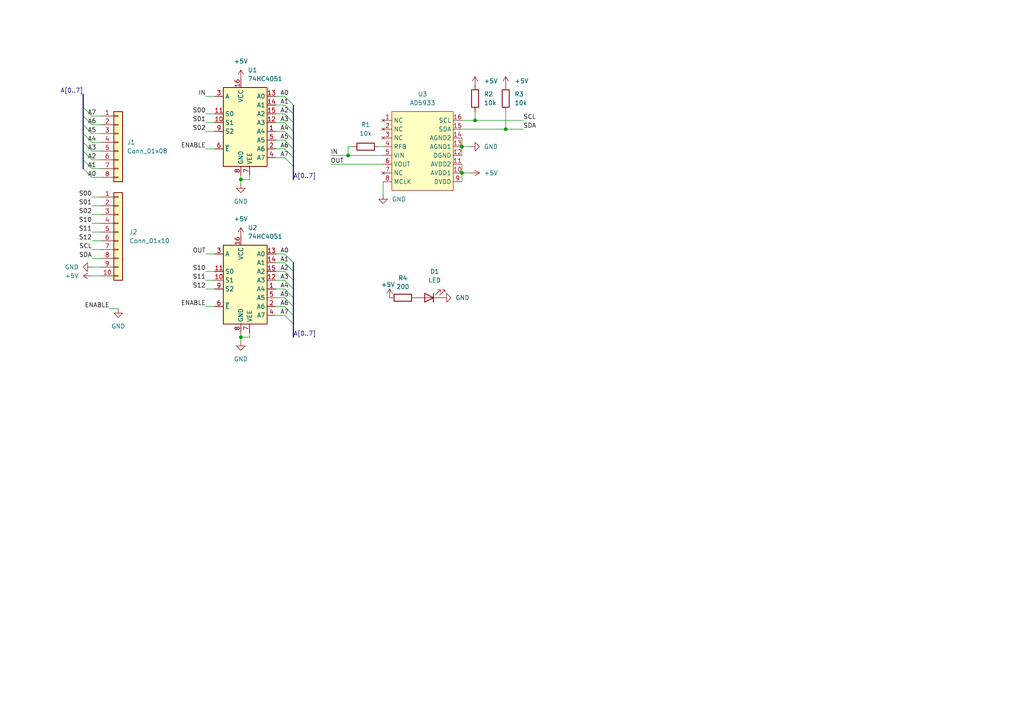
<source format=kicad_sch>
(kicad_sch (version 20211123) (generator eeschema)
  (paper "A4")
  (lib_symbols
    (symbol "74xx:74HC4051"
      (property "Reference" "U" (at -5.08 11.43 0))
      (property "Value" "74HC4051" (at -7.62 -13.97 0))
      (symbol "74HC4051_0_1"
        (rectangle (start -5.08 10.16) (end 7.62 -12.7) (stroke (width 0.254)) (fill (type background)))
      )
      (symbol "74HC4051_1_1"
        (pin passive line (at 10.16 -2.54 180) (length 2.54) (name "A4") (number "1"))
        (pin input line (at -7.62 0 0) (length 2.54) (name "S1") (number "10"))
        (pin input line (at -7.62 2.54 0) (length 2.54) (name "S0") (number "11"))
        (pin passive line (at 10.16 0 180) (length 2.54) (name "A3") (number "12"))
        (pin passive line (at 10.16 7.62 180) (length 2.54) (name "A0") (number "13"))
        (pin passive line (at 10.16 5.08 180) (length 2.54) (name "A1") (number "14"))
        (pin passive line (at 10.16 2.54 180) (length 2.54) (name "A2") (number "15"))
        (pin power_in line (at 0 12.7 270) (length 2.54) (name "VCC") (number "16"))
        (pin passive line (at 10.16 -7.62 180) (length 2.54) (name "A6") (number "2"))
        (pin passive line (at -7.62 7.62 0) (length 2.54) (name "A") (number "3"))
        (pin passive line (at 10.16 -10.16 180) (length 2.54) (name "A7") (number "4"))
        (pin passive line (at 10.16 -5.08 180) (length 2.54) (name "A5") (number "5"))
        (pin input line (at -7.62 -7.62 0) (length 2.54) (name "~{E}") (number "6"))
        (pin power_in line (at 2.54 -15.24 90) (length 2.54) (name "VEE") (number "7"))
        (pin power_in line (at 0 -15.24 90) (length 2.54) (name "GND") (number "8"))
        (pin input line (at -7.62 -2.54 0) (length 2.54) (name "S2") (number "9"))
      )
    )
    (symbol "Connector_Generic:Conn_01x08" (pin_names (offset 1.016) hide)
      (property "Reference" "J" (at 0 10.16 0))
      (property "Value" "Conn_01x08" (at 0 -12.7 0))
      (symbol "Conn_01x08_1_1"
        (rectangle (start -1.27 -10.033) (end 0 -10.287) (stroke (width 0.1524)))
        (rectangle (start -1.27 -7.493) (end 0 -7.747) (stroke (width 0.1524)))
        (rectangle (start -1.27 -4.953) (end 0 -5.207) (stroke (width 0.1524)))
        (rectangle (start -1.27 -2.413) (end 0 -2.667) (stroke (width 0.1524)))
        (rectangle (start -1.27 0.127) (end 0 -0.127) (stroke (width 0.1524)))
        (rectangle (start -1.27 2.667) (end 0 2.413) (stroke (width 0.1524)))
        (rectangle (start -1.27 5.207) (end 0 4.953) (stroke (width 0.1524)))
        (rectangle (start -1.27 7.747) (end 0 7.493) (stroke (width 0.1524)))
        (rectangle (start -1.27 8.89) (end 1.27 -11.43) (stroke (width 0.254)) (fill (type background)))
        (pin passive line (at -5.08 7.62 0) (length 3.81) (name "Pin_1") (number "1"))
        (pin passive line (at -5.08 5.08 0) (length 3.81) (name "Pin_2") (number "2"))
        (pin passive line (at -5.08 2.54 0) (length 3.81) (name "Pin_3") (number "3"))
        (pin passive line (at -5.08 0 0) (length 3.81) (name "Pin_4") (number "4"))
        (pin passive line (at -5.08 -2.54 0) (length 3.81) (name "Pin_5") (number "5"))
        (pin passive line (at -5.08 -5.08 0) (length 3.81) (name "Pin_6") (number "6"))
        (pin passive line (at -5.08 -7.62 0) (length 3.81) (name "Pin_7") (number "7"))
        (pin passive line (at -5.08 -10.16 0) (length 3.81) (name "Pin_8") (number "8"))
      )
    )
    (symbol "Connector_Generic:Conn_01x10" (pin_names (offset 1.016) hide)
      (property "Reference" "J" (at 0 12.7 0))
      (property "Value" "Conn_01x10" (at 0 -15.24 0))
      (symbol "Conn_01x10_1_1"
        (rectangle (start -1.27 -12.573) (end 0 -12.827) (stroke (width 0.1524)))
        (rectangle (start -1.27 -10.033) (end 0 -10.287) (stroke (width 0.1524)))
        (rectangle (start -1.27 -7.493) (end 0 -7.747) (stroke (width 0.1524)))
        (rectangle (start -1.27 -4.953) (end 0 -5.207) (stroke (width 0.1524)))
        (rectangle (start -1.27 -2.413) (end 0 -2.667) (stroke (width 0.1524)))
        (rectangle (start -1.27 0.127) (end 0 -0.127) (stroke (width 0.1524)))
        (rectangle (start -1.27 2.667) (end 0 2.413) (stroke (width 0.1524)))
        (rectangle (start -1.27 5.207) (end 0 4.953) (stroke (width 0.1524)))
        (rectangle (start -1.27 7.747) (end 0 7.493) (stroke (width 0.1524)))
        (rectangle (start -1.27 10.287) (end 0 10.033) (stroke (width 0.1524)))
        (rectangle (start -1.27 11.43) (end 1.27 -13.97) (stroke (width 0.254)) (fill (type background)))
        (pin passive line (at -5.08 10.16 0) (length 3.81) (name "Pin_1") (number "1"))
        (pin passive line (at -5.08 -12.7 0) (length 3.81) (name "Pin_10") (number "10"))
        (pin passive line (at -5.08 7.62 0) (length 3.81) (name "Pin_2") (number "2"))
        (pin passive line (at -5.08 5.08 0) (length 3.81) (name "Pin_3") (number "3"))
        (pin passive line (at -5.08 2.54 0) (length 3.81) (name "Pin_4") (number "4"))
        (pin passive line (at -5.08 0 0) (length 3.81) (name "Pin_5") (number "5"))
        (pin passive line (at -5.08 -2.54 0) (length 3.81) (name "Pin_6") (number "6"))
        (pin passive line (at -5.08 -5.08 0) (length 3.81) (name "Pin_7") (number "7"))
        (pin passive line (at -5.08 -7.62 0) (length 3.81) (name "Pin_8") (number "8"))
        (pin passive line (at -5.08 -10.16 0) (length 3.81) (name "Pin_9") (number "9"))
      )
    )
    (symbol "Device:LED" (pin_numbers hide) (pin_names (offset 1.016) hide)
      (property "Reference" "D" (at 0 2.54 0))
      (property "Value" "LED" (at 0 -2.54 0))
      (symbol "LED_0_1"
        (polyline (pts (xy -1.27 -1.27) (xy -1.27 1.27)) (stroke (width 0.254)))
        (polyline (pts (xy -1.27 0) (xy 1.27 0)))
        (polyline (pts (xy 1.27 -1.27) (xy 1.27 1.27) (xy -1.27 0) (xy 1.27 -1.27)) (stroke (width 0.254)))
        (polyline (pts (xy -3.048 -0.762) (xy -4.572 -2.286) (xy -3.81 -2.286) (xy -4.572 -2.286) (xy -4.572 -1.524)))
        (polyline (pts (xy -1.778 -0.762) (xy -3.302 -2.286) (xy -2.54 -2.286) (xy -3.302 -2.286) (xy -3.302 -1.524)))
      )
      (symbol "LED_1_1"
        (pin passive line (at -3.81 0 0) (length 2.54) (name "K") (number "1"))
        (pin passive line (at 3.81 0 180) (length 2.54) (name "A") (number "2"))
      )
    )
    (symbol "Device:R" (pin_numbers hide) (pin_names (offset 0))
      (property "Reference" "R" (at 2.032 0 90))
      (property "Value" "R" (at 0 0 90))
      (symbol "R_0_1"
        (rectangle (start -1.016 -2.54) (end 1.016 2.54) (stroke (width 0.254)))
      )
      (symbol "R_1_1"
        (pin passive line (at 0 3.81 270) (length 1.27) (name "~") (number "1"))
        (pin passive line (at 0 -3.81 90) (length 1.27) (name "~") (number "2"))
      )
    )
    (symbol "HandGesture:AD5933"
      (property "Reference" "U" (at 0 16.51 0))
      (property "Value" "AD5933" (at 0 -8.89 0))
      (symbol "AD5933_0_1"
        (rectangle (start -8.89 15.24) (end 8.89 -7.62) (fill (type background)))
      )
      (symbol "AD5933_1_1"
        (pin no_connect line (at -11.43 12.7 0) (length 2.54) (name "NC") (number "1"))
        (pin power_in line (at 11.43 -2.54 180) (length 2.54) (name "AVDD1") (number "10"))
        (pin power_in line (at 11.43 0 180) (length 2.54) (name "AVDD2") (number "11"))
        (pin power_in line (at 11.43 2.54 180) (length 2.54) (name "DGND") (number "12"))
        (pin power_in line (at 11.43 5.08 180) (length 2.54) (name "AGND1") (number "13"))
        (pin power_in line (at 11.43 7.62 180) (length 2.54) (name "AGND2") (number "14"))
        (pin bidirectional line (at 11.43 10.16 180) (length 2.54) (name "SDA") (number "15"))
        (pin bidirectional line (at 11.43 12.7 180) (length 2.54) (name "SCL") (number "16"))
        (pin no_connect line (at -11.43 10.16 0) (length 2.54) (name "NC") (number "2"))
        (pin no_connect line (at -11.43 7.62 0) (length 2.54) (name "NC") (number "3"))
        (pin passive line (at -11.43 5.08 0) (length 2.54) (name "RFB") (number "4"))
        (pin bidirectional line (at -11.43 2.54 0) (length 2.54) (name "VIN") (number "5"))
        (pin bidirectional line (at -11.43 0 0) (length 2.54) (name "VOUT") (number "6"))
        (pin no_connect line (at -11.43 -2.54 0) (length 2.54) (name "NC") (number "7"))
        (pin input line (at -11.43 -5.08 0) (length 2.54) (name "MCLK") (number "8"))
        (pin power_in line (at 11.43 -5.08 180) (length 2.54) (name "DVDD") (number "9"))
      )
    )
    (symbol "power:+5V" (power) (pin_names (offset 0))
      (property "Value" "+5V" (at 0 3.556 0))
      (symbol "+5V_0_1"
        (polyline (pts (xy -0.762 1.27) (xy 0 2.54)))
        (polyline (pts (xy 0 0) (xy 0 2.54)))
        (polyline (pts (xy 0 2.54) (xy 0.762 1.27)))
      )
      (symbol "+5V_1_1"
        (pin power_in line (at 0 0 90) (length 0) hide (name "+5V") (number "1"))
      )
    )
    (symbol "power:GND" (power) (pin_names (offset 0))
      (property "Value" "GND" (at 0 -3.81 0))
      (symbol "GND_0_1"
        (polyline (pts (xy 0 0) (xy 0 -1.27) (xy 1.27 -1.27) (xy 0 -2.54) (xy -1.27 -1.27) (xy 0 -1.27)))
      )
      (symbol "GND_1_1"
        (pin power_in line (at 0 0 270) (length 0) hide (name "GND") (number "1"))
      )
    )
  )
  (junction (at 137.795 34.925))
  (junction (at 146.685 37.465))
  (junction (at 100.965 45.085))
  (junction (at 133.985 50.165))
  (junction (at 69.85 97.79))
  (junction (at 69.85 52.07))
  (junction (at 133.985 42.545))
  (bus_entry (at 82.55 91.44) (size 2.54 2.54))
  (bus_entry (at 82.55 78.74) (size 2.54 2.54))
  (bus_entry (at 26.67 38.735) (size -2.54 -2.54))
  (bus_entry (at 82.55 83.82) (size 2.54 2.54))
  (bus_entry (at 82.55 73.66) (size 2.54 2.54))
  (bus_entry (at 82.55 81.28) (size 2.54 2.54))
  (bus_entry (at 26.67 41.275) (size -2.54 -2.54))
  (bus_entry (at 26.67 51.435) (size -2.54 -2.54))
  (bus_entry (at 82.55 86.36) (size 2.54 2.54))
  (bus_entry (at 26.67 36.195) (size -2.54 -2.54))
  (bus_entry (at 82.55 43.18) (size 2.54 2.54))
  (bus_entry (at 82.55 45.72) (size 2.54 2.54))
  (bus_entry (at 82.55 27.94) (size 2.54 2.54))
  (bus_entry (at 82.55 30.48) (size 2.54 2.54))
  (bus_entry (at 82.55 38.1) (size 2.54 2.54))
  (bus_entry (at 82.55 33.02) (size 2.54 2.54))
  (bus_entry (at 82.55 35.56) (size 2.54 2.54))
  (bus_entry (at 82.55 40.64) (size 2.54 2.54))
  (bus_entry (at 26.67 46.355) (size -2.54 -2.54))
  (bus_entry (at 26.67 48.895) (size -2.54 -2.54))
  (bus_entry (at 82.55 88.9) (size 2.54 2.54))
  (bus_entry (at 82.55 76.2) (size 2.54 2.54))
  (bus_entry (at 26.67 43.815) (size -2.54 -2.54))
  (bus_entry (at 26.67 33.655) (size -2.54 -2.54))
  (wire (pts (xy 80.01 81.28) (xy 82.55 81.28)))
  (wire (pts (xy 26.67 74.93) (xy 29.21 74.93)))
  (wire (pts (xy 26.67 80.01) (xy 29.21 80.01)))
  (wire (pts (xy 80.01 38.1) (xy 82.55 38.1)))
  (wire (pts (xy 72.39 96.52) (xy 72.39 97.79)))
  (wire (pts (xy 29.21 51.435) (xy 26.67 51.435)))
  (wire (pts (xy 59.69 83.82) (xy 62.23 83.82)))
  (wire (pts (xy 137.795 32.385) (xy 137.795 34.925)))
  (wire (pts (xy 26.67 62.23) (xy 29.21 62.23)))
  (wire (pts (xy 133.985 42.545) (xy 136.525 42.545)))
  (wire (pts (xy 133.985 40.005) (xy 133.985 42.545)))
  (bus (pts (xy 85.09 40.64) (xy 85.09 43.18)))
  (bus (pts (xy 85.09 48.26) (xy 85.09 52.07)))
  (bus (pts (xy 24.13 46.355) (xy 24.13 43.815)))
  (wire (pts (xy 69.85 97.79) (xy 69.85 99.06)))
  (bus (pts (xy 85.09 33.02) (xy 85.09 35.56)))
  (bus (pts (xy 85.09 43.18) (xy 85.09 45.72)))
  (wire (pts (xy 133.985 50.165) (xy 136.525 50.165)))
  (bus (pts (xy 85.09 91.44) (xy 85.09 93.98)))
  (wire (pts (xy 100.965 45.085) (xy 111.125 45.085)))
  (wire (pts (xy 80.01 45.72) (xy 82.55 45.72)))
  (wire (pts (xy 80.01 40.64) (xy 82.55 40.64)))
  (bus (pts (xy 85.09 86.36) (xy 85.09 88.9)))
  (wire (pts (xy 26.67 57.15) (xy 29.21 57.15)))
  (wire (pts (xy 29.21 46.355) (xy 26.67 46.355)))
  (wire (pts (xy 59.69 27.94) (xy 62.23 27.94)))
  (wire (pts (xy 133.985 47.625) (xy 133.985 50.165)))
  (wire (pts (xy 26.67 59.69) (xy 29.21 59.69)))
  (wire (pts (xy 29.21 43.815) (xy 26.67 43.815)))
  (wire (pts (xy 69.85 50.8) (xy 69.85 52.07)))
  (wire (pts (xy 111.125 52.705) (xy 111.125 56.515)))
  (wire (pts (xy 100.965 42.545) (xy 100.965 45.085)))
  (wire (pts (xy 80.01 33.02) (xy 82.55 33.02)))
  (wire (pts (xy 26.67 69.85) (xy 29.21 69.85)))
  (wire (pts (xy 59.69 81.28) (xy 62.23 81.28)))
  (wire (pts (xy 80.01 83.82) (xy 82.55 83.82)))
  (wire (pts (xy 133.985 50.165) (xy 133.985 52.705)))
  (wire (pts (xy 72.39 50.8) (xy 72.39 52.07)))
  (bus (pts (xy 85.09 30.48) (xy 85.09 33.02)))
  (wire (pts (xy 133.985 42.545) (xy 133.985 45.085)))
  (bus (pts (xy 85.09 35.56) (xy 85.09 38.1)))
  (bus (pts (xy 24.13 41.275) (xy 24.13 38.735)))
  (bus (pts (xy 24.13 38.735) (xy 24.13 36.195)))
  (wire (pts (xy 59.69 73.66) (xy 62.23 73.66)))
  (wire (pts (xy 29.21 36.195) (xy 26.67 36.195)))
  (wire (pts (xy 80.01 27.94) (xy 82.55 27.94)))
  (bus (pts (xy 85.09 38.1) (xy 85.09 40.64)))
  (wire (pts (xy 29.21 41.275) (xy 26.67 41.275)))
  (wire (pts (xy 80.01 43.18) (xy 82.55 43.18)))
  (wire (pts (xy 80.01 35.56) (xy 82.55 35.56)))
  (wire (pts (xy 59.69 43.18) (xy 62.23 43.18)))
  (wire (pts (xy 133.985 37.465) (xy 146.685 37.465)))
  (wire (pts (xy 69.85 52.07) (xy 69.85 53.34)))
  (wire (pts (xy 31.75 89.535) (xy 34.29 89.535)))
  (wire (pts (xy 26.67 77.47) (xy 29.21 77.47)))
  (bus (pts (xy 85.09 83.82) (xy 85.09 86.36)))
  (bus (pts (xy 24.13 48.895) (xy 24.13 46.355)))
  (bus (pts (xy 85.09 81.28) (xy 85.09 83.82)))
  (wire (pts (xy 26.67 64.77) (xy 29.21 64.77)))
  (wire (pts (xy 133.985 34.925) (xy 137.795 34.925)))
  (wire (pts (xy 95.885 45.085) (xy 100.965 45.085)))
  (wire (pts (xy 59.69 35.56) (xy 62.23 35.56)))
  (wire (pts (xy 80.01 78.74) (xy 82.55 78.74)))
  (bus (pts (xy 85.09 76.2) (xy 85.09 78.74)))
  (wire (pts (xy 59.69 33.02) (xy 62.23 33.02)))
  (bus (pts (xy 85.09 88.9) (xy 85.09 91.44)))
  (wire (pts (xy 146.685 32.385) (xy 146.685 37.465)))
  (wire (pts (xy 59.69 78.74) (xy 62.23 78.74)))
  (bus (pts (xy 85.09 93.98) (xy 85.09 97.79)))
  (wire (pts (xy 80.01 86.36) (xy 82.55 86.36)))
  (bus (pts (xy 85.09 45.72) (xy 85.09 48.26)))
  (bus (pts (xy 24.13 36.195) (xy 24.13 33.655)))
  (wire (pts (xy 137.795 34.925) (xy 151.765 34.925)))
  (bus (pts (xy 85.09 78.74) (xy 85.09 81.28)))
  (wire (pts (xy 146.685 37.465) (xy 151.765 37.465)))
  (wire (pts (xy 72.39 97.79) (xy 69.85 97.79)))
  (wire (pts (xy 80.01 76.2) (xy 82.55 76.2)))
  (wire (pts (xy 29.21 38.735) (xy 26.67 38.735)))
  (wire (pts (xy 59.69 88.9) (xy 62.23 88.9)))
  (wire (pts (xy 26.67 72.39) (xy 29.21 72.39)))
  (bus (pts (xy 24.13 31.115) (xy 24.13 27.305)))
  (wire (pts (xy 80.01 30.48) (xy 82.55 30.48)))
  (wire (pts (xy 95.885 47.625) (xy 111.125 47.625)))
  (wire (pts (xy 69.85 96.52) (xy 69.85 97.79)))
  (wire (pts (xy 102.235 42.545) (xy 100.965 42.545)))
  (bus (pts (xy 24.13 33.655) (xy 24.13 31.115)))
  (wire (pts (xy 80.01 88.9) (xy 82.55 88.9)))
  (wire (pts (xy 26.67 67.31) (xy 29.21 67.31)))
  (wire (pts (xy 59.69 38.1) (xy 62.23 38.1)))
  (wire (pts (xy 72.39 52.07) (xy 69.85 52.07)))
  (wire (pts (xy 109.855 42.545) (xy 111.125 42.545)))
  (bus (pts (xy 24.13 43.815) (xy 24.13 41.275)))
  (wire (pts (xy 29.21 48.895) (xy 26.67 48.895)))
  (wire (pts (xy 80.01 91.44) (xy 82.55 91.44)))
  (wire (pts (xy 29.21 33.655) (xy 26.67 33.655)))
  (wire (pts (xy 80.01 73.66) (xy 82.55 73.66)))
  (label "S10" (at 26.67 64.77 180))
  (label "S10" (at 59.69 78.74 180))
  (label "A7" (at 27.94 33.655 180))
  (label "A0" (at 81.28 73.66 0))
  (label "ENABLE" (at 59.69 88.9 180))
  (label "A1" (at 81.28 76.2 0))
  (label "A[0..7]" (at 85.09 97.79 0))
  (label "A5" (at 81.28 86.36 0))
  (label "SDA" (at 151.765 37.465 0))
  (label "S00" (at 59.69 33.02 180))
  (label "A3" (at 81.28 81.28 0))
  (label "S01" (at 59.69 35.56 180))
  (label "A5" (at 27.94 38.735 180))
  (label "A4" (at 81.28 83.82 0))
  (label "A1" (at 81.28 30.48 0))
  (label "S02" (at 26.67 62.23 180))
  (label "S01" (at 26.67 59.69 180))
  (label "OUT" (at 59.69 73.66 180))
  (label "S00" (at 26.67 57.15 180))
  (label "OUT" (at 95.885 47.625 0))
  (label "S11" (at 26.67 67.31 180))
  (label "S12" (at 59.69 83.82 180))
  (label "ENABLE" (at 31.75 89.535 180))
  (label "S11" (at 59.69 81.28 180))
  (label "A0" (at 27.94 51.435 180))
  (label "A2" (at 27.94 46.355 180))
  (label "A2" (at 81.28 33.02 0))
  (label "A2" (at 81.28 78.74 0))
  (label "SDA" (at 26.67 74.93 180))
  (label "A7" (at 81.28 45.72 0))
  (label "A4" (at 81.28 38.1 0))
  (label "A6" (at 27.94 36.195 180))
  (label "A5" (at 81.28 40.64 0))
  (label "A0" (at 81.28 27.94 0))
  (label "A3" (at 27.94 43.815 180))
  (label "IN" (at 59.69 27.94 180))
  (label "A7" (at 81.28 91.44 0))
  (label "A3" (at 81.28 35.56 0))
  (label "S02" (at 59.69 38.1 180))
  (label "SCL" (at 151.765 34.925 0))
  (label "ENABLE" (at 59.69 43.18 180))
  (label "S12" (at 26.67 69.85 180))
  (label "A6" (at 81.28 88.9 0))
  (label "A6" (at 81.28 43.18 0))
  (label "A[0..7]" (at 85.09 52.07 0))
  (label "A4" (at 27.94 41.275 180))
  (label "IN" (at 95.885 45.085 0))
  (label "A[0..7]" (at 24.13 27.305 180))
  (label "A1" (at 27.94 48.895 180))
  (label "SCL" (at 26.67 72.39 180))
  (symbol (lib_id "Device:R") (at 106.045 42.545 90) (unit 1)
    (property "Reference" "R1" (at 106.045 36.195 90))
    (property "Value" "10k" (at 106.045 38.735 90))
    (property "Footprint" "Resistor_SMD:R_0603_1608Metric" (effects hide))
  )
  (symbol (lib_id "power:+5V") (at 137.795 24.765 0) (unit 1)
    (property "Reference" "#PWR0112" (effects hide))
    (property "Value" "+5V" (at 140.335 23.4949 0) (effects (justify left)))
  )
  (symbol (lib_id "power:GND") (at 136.525 42.545 90) (unit 1)
    (property "Reference" "#PWR0110" (effects hide))
    (property "Value" "GND" (at 140.335 42.5449 90) (effects (justify right)))
  )
  (symbol (lib_id "power:GND") (at 69.85 53.34 0) (unit 1)
    (property "Reference" "#PWR0102" (effects hide))
    (property "Value" "GND" (at 69.85 58.42 0))
  )
  (symbol (lib_id "power:GND") (at 111.125 56.515 0) (unit 1)
    (property "Reference" "#PWR0107" (effects hide))
    (property "Value" "GND" (at 113.665 57.7849 0) (effects (justify left)))
  )
  (symbol (lib_id "power:+5V") (at 69.85 68.58 0) (unit 1)
    (property "Reference" "#PWR0105" (effects hide))
    (property "Value" "+5V" (at 69.85 63.5 0))
  )
  (symbol (lib_id "power:GND") (at 128.27 86.36 90) (unit 1)
    (property "Reference" "#PWR0115" (effects hide))
    (property "Value" "GND" (at 132.08 86.3599 90) (effects (justify right)))
  )
  (symbol (lib_id "power:+5V") (at 113.03 86.36 0) (unit 1)
    (property "Reference" "#PWR0116" (effects hide))
    (property "Value" "+5V" (at 110.49 82.55 0) (effects (justify left)))
  )
  (symbol (lib_id "power:+5V") (at 136.525 50.165 270) (unit 1)
    (property "Reference" "#PWR0113" (effects hide))
    (property "Value" "+5V" (at 140.335 50.1649 90) (effects (justify left)))
  )
  (symbol (lib_id "Device:R") (at 137.795 28.575 0) (unit 1)
    (property "Reference" "R2" (at 140.335 27.3049 0) (effects (justify left)))
    (property "Value" "10k" (at 140.335 29.8449 0) (effects (justify left)))
    (property "Footprint" "Resistor_SMD:R_0603_1608Metric" (effects hide))
  )
  (symbol (lib_id "Device:R") (at 146.685 28.575 0) (unit 1)
    (property "Reference" "R3" (at 149.225 27.3049 0) (effects (justify left)))
    (property "Value" "10k" (at 149.225 29.8449 0) (effects (justify left)))
    (property "Footprint" "Resistor_SMD:R_0603_1608Metric" (effects hide))
  )
  (symbol (lib_id "HandGesture:AD5933") (at 122.555 47.625 0) (unit 1)
    (property "Reference" "U3" (at 122.555 27.305 0))
    (property "Value" "AD5933" (at 122.555 29.845 0))
    (property "Footprint" "Package_SO:SSOP-16_5.3x6.2mm_P0.65mm" (effects hide))
    (property "Datasheet" "https://www.analog.com/media/cn/technical-documentation/data-sheets/AD5933_cn.pdf" (effects hide))
  )
  (symbol (lib_id "power:+5V") (at 146.685 24.765 0) (unit 1)
    (property "Reference" "#PWR0111" (effects hide))
    (property "Value" "+5V" (at 149.225 23.4949 0) (effects (justify left)))
  )
  (symbol (lib_id "74xx:74HC4051") (at 69.85 35.56 0) (unit 1)
    (property "Reference" "U1" (at 71.8694 20.32 0) (effects (justify left)))
    (property "Value" "74HC4051" (at 71.8694 22.86 0) (effects (justify left)))
    (property "Footprint" "Package_SO:TSSOP-16_4.4x5mm_P0.65mm" (effects hide))
    (property "Datasheet" "http://www.ti.com/lit/ds/symlink/cd74hc4051.pdf" (effects hide))
  )
  (symbol (lib_id "power:GND") (at 26.67 77.47 270) (mirror x) (unit 1)
    (property "Reference" "#PWR0109" (effects hide))
    (property "Value" "GND" (at 22.86 77.4699 90) (effects (justify right)))
  )
  (symbol (lib_id "Connector_Generic:Conn_01x10") (at 34.29 67.31 0) (unit 1)
    (property "Reference" "J2" (at 37.465 67.3099 0) (effects (justify left)))
    (property "Value" "Conn_01x10" (at 37.465 69.8499 0) (effects (justify left)))
    (property "Footprint" "Connector_PinHeader_2.54mm:PinHeader_1x10_P2.54mm_Horizontal" (effects hide))
  )
  (symbol (lib_id "74xx:74HC4051") (at 69.85 81.28 0) (unit 1)
    (property "Reference" "U2" (at 71.8694 66.04 0) (effects (justify left)))
    (property "Value" "74HC4051" (at 71.8694 68.58 0) (effects (justify left)))
    (property "Footprint" "Package_SO:TSSOP-16_4.4x5mm_P0.65mm" (effects hide))
    (property "Datasheet" "http://www.ti.com/lit/ds/symlink/cd74hc4051.pdf" (effects hide))
  )
  (symbol (lib_id "Device:R") (at 116.84 86.36 90) (unit 1)
    (property "Reference" "R4" (at 116.84 80.645 90))
    (property "Value" "200" (at 116.84 83.185 90))
    (property "Footprint" "Resistor_SMD:R_0603_1608Metric" (effects hide))
  )
  (symbol (lib_id "power:GND") (at 69.85 99.06 0) (unit 1)
    (property "Reference" "#PWR0106" (effects hide))
    (property "Value" "GND" (at 69.85 104.14 0))
  )
  (symbol (lib_id "power:+5V") (at 26.67 80.01 90) (mirror x) (unit 1)
    (property "Reference" "#PWR0108" (effects hide))
    (property "Value" "+5V" (at 22.86 80.0099 90) (effects (justify left)))
  )
  (symbol (lib_id "power:GND") (at 34.29 89.535 0) (unit 1)
    (property "Reference" "#PWR01" (effects hide))
    (property "Value" "GND" (at 34.29 94.615 0))
  )
  (symbol (lib_id "Device:LED") (at 124.46 86.36 180) (unit 1)
    (property "Reference" "D1" (at 126.0475 78.74 0))
    (property "Value" "LED" (at 126.0475 81.28 0))
    (property "Footprint" "LED_SMD:LED_0603_1608Metric" (effects hide))
  )
  (symbol (lib_id "Connector_Generic:Conn_01x08") (at 34.29 41.275 0) (unit 1)
    (property "Reference" "J1" (at 36.83 41.2749 0) (effects (justify left)))
    (property "Value" "Conn_01x08" (at 36.83 43.8149 0) (effects (justify left)))
    (property "Footprint" "Connector_PinHeader_2.54mm:PinHeader_1x08_P2.54mm_Horizontal" (effects hide))
  )
  (symbol (lib_id "power:+5V") (at 69.85 22.86 0) (unit 1)
    (property "Reference" "#PWR0101" (effects hide))
    (property "Value" "+5V" (at 69.85 17.78 0))
  )
)
</source>
